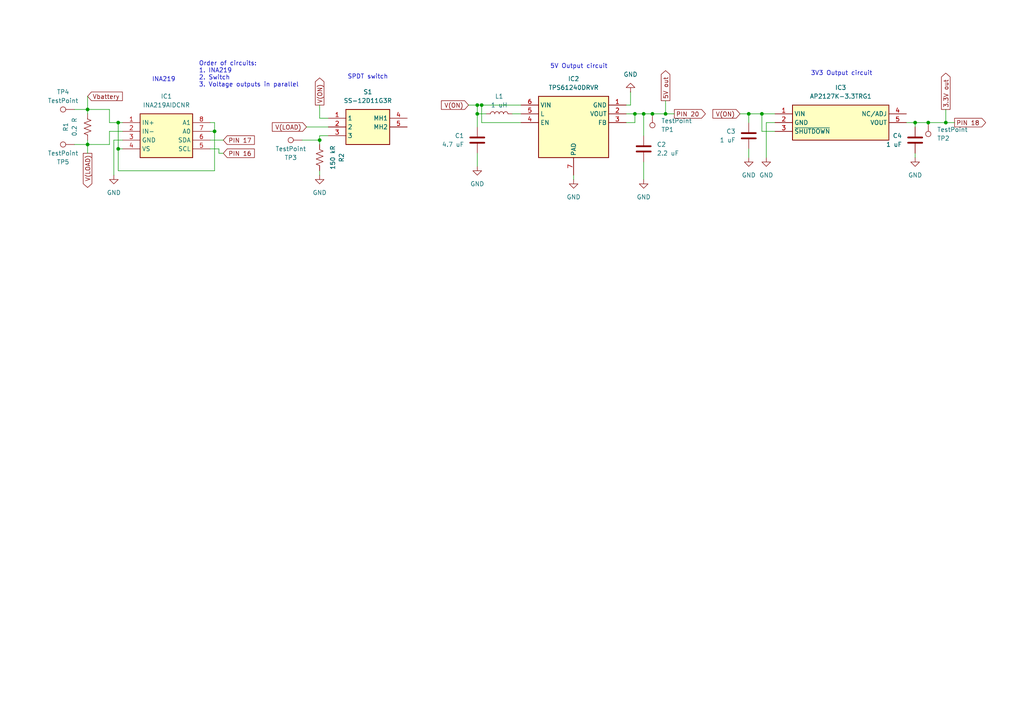
<source format=kicad_sch>
(kicad_sch (version 20250114) (generator "eeschema") (generator_version "9.0")
  (paper "A4")
  (lib_symbols
    (symbol "AP2127K-3_3TRG1_jlc:AP2127K-3.3TRG1"
      (property "Reference" "IC" (at 34.29 7.62 0))
      (property "Value" "AP2127K-3.3TRG1" (at 34.29 5.08 0))
      (symbol "AP2127K-3.3TRG1_1_1"
        (rectangle (start 5.08 2.54) (end 33.02 -7.62) (stroke (width 0.254)) (fill (type background)))
        (pin passive line (at 0 0 0) (length 5.08) (name "VIN") (number "1"))
        (pin passive line (at 0 -2.54 0) (length 5.08) (name "GND") (number "2"))
        (pin passive line (at 0 -5.08 0) (length 5.08) (name "~{SHUTDOWN}") (number "3"))
        (pin passive line (at 38.1 0 180) (length 5.08) (name "NC/ADJ") (number "4"))
        (pin passive line (at 38.1 -2.54 180) (length 5.08) (name "VOUT") (number "5"))
      )
    )
    (symbol "Connector:TestPoint" (pin_numbers (hide yes)) (pin_names (offset 0.762) (hide yes))
      (property "Reference" "TP" (at 0 6.858 0))
      (property "Value" "TestPoint" (at 0 5.08 0))
      (symbol "TestPoint_0_1"
        (circle (center 0 3.302) (radius 0.762))
      )
      (symbol "TestPoint_1_1"
        (pin passive line (at 0 0 90) (length 2.54) (name "1") (number "1"))
      )
    )
    (symbol "Device:C" (pin_numbers (hide yes)) (pin_names (offset 0.254))
      (property "Reference" "C" (at 0.635 2.54 0))
      (property "Value" "C" (at 0.635 -2.54 0))
      (symbol "C_0_1"
        (polyline (pts (xy -2.032 0.762) (xy 2.032 0.762)) (stroke (width 0.508)))
        (polyline (pts (xy -2.032 -0.762) (xy 2.032 -0.762)) (stroke (width 0.508)))
      )
      (symbol "C_1_1"
        (pin passive line (at 0 3.81 270) (length 2.794) (name "~") (number "1"))
        (pin passive line (at 0 -3.81 90) (length 2.794) (name "~") (number "2"))
      )
    )
    (symbol "Device:L" (pin_numbers (hide yes)) (pin_names (offset 1.016) (hide yes))
      (property "Reference" "L" (at -1.27 0 90))
      (property "Value" "L" (at 1.905 0 90))
      (symbol "L_0_1"
        (arc (start 0 2.54) (mid 0.6323 1.905) (end 0 1.27))
        (arc (start 0 1.27) (mid 0.6323 0.635) (end 0 0))
        (arc (start 0 0) (mid 0.6323 -0.635) (end 0 -1.27))
        (arc (start 0 -1.27) (mid 0.6323 -1.905) (end 0 -2.54))
      )
      (symbol "L_1_1"
        (pin passive line (at 0 3.81 270) (length 1.27) (name "1") (number "1"))
        (pin passive line (at 0 -3.81 90) (length 1.27) (name "2") (number "2"))
      )
    )
    (symbol "Device:R_US" (pin_numbers (hide yes)) (pin_names (offset 0))
      (property "Reference" "R" (at 2.54 0 90))
      (property "Value" "R_US" (at -2.54 0 90))
      (symbol "R_US_0_1"
        (polyline (pts (xy 0 2.286) (xy 0 2.54)))
        (polyline (pts (xy 0 2.286) (xy 1.016 1.905) (xy 0 1.524) (xy -1.016 1.143) (xy 0 0.762)))
        (polyline (pts (xy 0 0.762) (xy 1.016 0.381) (xy 0 0) (xy -1.016 -0.381) (xy 0 -0.762)))
        (polyline (pts (xy 0 -0.762) (xy 1.016 -1.143) (xy 0 -1.524) (xy -1.016 -1.905) (xy 0 -2.286)))
        (polyline (pts (xy 0 -2.286) (xy 0 -2.54)))
      )
      (symbol "R_US_1_1"
        (pin passive line (at 0 3.81 270) (length 1.27) (name "~") (number "1"))
        (pin passive line (at 0 -3.81 90) (length 1.27) (name "~") (number "2"))
      )
    )
    (symbol "INA219AIDCNR_jlc:INA219AIDCNR"
      (property "Reference" "IC" (at 21.59 7.62 0))
      (property "Value" "INA219AIDCNR" (at 21.59 5.08 0))
      (symbol "INA219AIDCNR_1_1"
        (rectangle (start 5.08 2.54) (end 20.32 -10.16) (stroke (width 0.254)) (fill (type background)))
        (pin passive line (at 0 0 0) (length 5.08) (name "IN+") (number "1"))
        (pin passive line (at 0 -2.54 0) (length 5.08) (name "IN-") (number "2"))
        (pin passive line (at 0 -5.08 0) (length 5.08) (name "GND") (number "3"))
        (pin passive line (at 0 -7.62 0) (length 5.08) (name "VS") (number "4"))
        (pin passive line (at 25.4 0 180) (length 5.08) (name "A1") (number "8"))
        (pin passive line (at 25.4 -2.54 180) (length 5.08) (name "A0") (number "7"))
        (pin passive line (at 25.4 -5.08 180) (length 5.08) (name "SDA") (number "6"))
        (pin passive line (at 25.4 -7.62 180) (length 5.08) (name "SCL") (number "5"))
      )
    )
    (symbol "SS-12D11G3R_jlc:SS-12D11G3R"
      (property "Reference" "S" (at 19.05 7.62 0))
      (property "Value" "SS-12D11G3R" (at 19.05 5.08 0))
      (symbol "SS-12D11G3R_1_1"
        (rectangle (start 5.08 2.54) (end 17.78 -7.62) (stroke (width 0.254)) (fill (type background)))
        (pin passive line (at 0 0 0) (length 5.08) (name "1") (number "1"))
        (pin passive line (at 0 -2.54 0) (length 5.08) (name "2") (number "2"))
        (pin passive line (at 0 -5.08 0) (length 5.08) (name "3") (number "3"))
        (pin passive line (at 22.86 0 180) (length 5.08) (name "MH1") (number "4"))
        (pin passive line (at 22.86 -2.54 180) (length 5.08) (name "MH2") (number "5"))
      )
    )
    (symbol "TPS61240DRVR_jlc:TPS61240DRVR"
      (property "Reference" "IC" (at 26.67 7.62 0))
      (property "Value" "TPS61240DRVR" (at 26.67 5.08 0))
      (symbol "TPS61240DRVR_1_1"
        (rectangle (start 5.08 2.54) (end 25.4 -15.24) (stroke (width 0.254)) (fill (type background)))
        (pin power_in line (at 0 0 0) (length 5.08) (name "GND") (number "1"))
        (pin output line (at 0 -2.54 0) (length 5.08) (name "VOUT") (number "2"))
        (pin input line (at 0 -5.08 0) (length 5.08) (name "FB") (number "3"))
        (pin power_in line (at 15.24 -20.32 90) (length 5.08) (name "PAD") (number "7"))
        (pin power_in line (at 30.48 0 180) (length 5.08) (name "VIN") (number "6"))
        (pin input line (at 30.48 -2.54 180) (length 5.08) (name "L") (number "5"))
        (pin input line (at 30.48 -5.08 180) (length 5.08) (name "EN") (number "4"))
      )
    )
    (symbol "power:GND" (power) (pin_numbers (hide yes)) (pin_names (offset 0) (hide yes))
      (property "Value" "GND" (at 0 -3.81 0))
      (symbol "GND_0_1"
        (polyline (pts (xy 0 0) (xy 0 -1.27) (xy 1.27 -1.27) (xy 0 -2.54) (xy -1.27 -1.27) (xy 0 -1.27)))
      )
      (symbol "GND_1_1"
        (pin power_in line (at 0 0 270) (length 0) (name "~") (number "1"))
      )
    )
  )
  (text "5V Output circuit" (at 167.894 19.304 0) (effects (font (size 1.27 1.27))))
  (text "INA219" (at 47.498 23.114 0) (effects (font (size 1.27 1.27))))
  (text "SPDT switch" (at 106.68 22.352 0) (effects (font (size 1.27 1.27))))
  (text "Order of circuits:\n1. INA219\n2. Switch\n3. Voltage outputs in parallel" (at 57.658 21.59 0) (effects (font (size 1.27 1.27)) (justify left)))
  (text "3V3 Output circuit" (at 244.094 21.336 0) (effects (font (size 1.27 1.27))))
  (junction (at 92.71 40.64))
  (junction (at 25.4 41.91))
  (junction (at 189.23 33.02))
  (junction (at 193.04 33.02))
  (junction (at 62.23 38.1))
  (junction (at 184.15 33.02))
  (junction (at 265.43 35.56))
  (junction (at 138.43 33.02))
  (junction (at 274.32 35.56))
  (junction (at 25.4 31.75))
  (junction (at 138.43 30.48))
  (junction (at 217.17 33.02))
  (junction (at 269.24 35.56))
  (junction (at 34.29 35.56))
  (junction (at 220.98 33.02))
  (junction (at 34.29 43.18))
  (junction (at 186.69 33.02))
  (junction (at 139.7 30.48))
  (wire (pts (xy 265.43 35.56) (xy 265.43 36.83)))
  (wire (pts (xy 31.75 31.75) (xy 31.75 35.56)))
  (wire (pts (xy 265.43 44.45) (xy 265.43 45.72)))
  (wire (pts (xy 60.96 35.56) (xy 62.23 35.56)))
  (wire (pts (xy 60.96 40.64) (xy 64.77 40.64)))
  (wire (pts (xy 92.71 40.64) (xy 92.71 41.91)))
  (wire (pts (xy 138.43 44.45) (xy 138.43 48.26)))
  (wire (pts (xy 224.79 35.56) (xy 222.25 35.56)))
  (wire (pts (xy 62.23 49.53) (xy 34.29 49.53)))
  (wire (pts (xy 34.29 35.56) (xy 35.56 35.56)))
  (wire (pts (xy 33.02 40.64) (xy 33.02 50.8)))
  (wire (pts (xy 25.4 40.64) (xy 25.4 41.91)))
  (wire (pts (xy 25.4 41.91) (xy 25.4 44.45)))
  (wire (pts (xy 186.69 46.99) (xy 186.69 52.07)))
  (wire (pts (xy 186.69 33.02) (xy 186.69 39.37)))
  (wire (pts (xy 138.43 30.48) (xy 139.7 30.48)))
  (wire (pts (xy 35.56 40.64) (xy 33.02 40.64)))
  (wire (pts (xy 138.43 33.02) (xy 140.97 33.02)))
  (wire (pts (xy 88.9 36.83) (xy 95.25 36.83)))
  (wire (pts (xy 274.32 35.56) (xy 276.86 35.56)))
  (wire (pts (xy 220.98 38.1) (xy 220.98 33.02)))
  (wire (pts (xy 182.88 26.67) (xy 182.88 30.48)))
  (wire (pts (xy 217.17 33.02) (xy 217.17 35.56)))
  (wire (pts (xy 138.43 33.02) (xy 138.43 36.83)))
  (wire (pts (xy 139.7 30.48) (xy 151.13 30.48)))
  (wire (pts (xy 139.7 35.56) (xy 151.13 35.56)))
  (wire (pts (xy 224.79 38.1) (xy 220.98 38.1)))
  (wire (pts (xy 269.24 35.56) (xy 274.32 35.56)))
  (wire (pts (xy 21.59 31.75) (xy 25.4 31.75)))
  (wire (pts (xy 138.43 33.02) (xy 138.43 30.48)))
  (wire (pts (xy 92.71 39.37) (xy 92.71 40.64)))
  (wire (pts (xy 21.59 41.91) (xy 25.4 41.91)))
  (wire (pts (xy 220.98 33.02) (xy 224.79 33.02)))
  (wire (pts (xy 63.5 43.18) (xy 63.5 44.45)))
  (wire (pts (xy 31.75 41.91) (xy 31.75 38.1)))
  (wire (pts (xy 25.4 41.91) (xy 31.75 41.91)))
  (wire (pts (xy 186.69 33.02) (xy 184.15 33.02)))
  (wire (pts (xy 274.32 31.75) (xy 274.32 35.56)))
  (wire (pts (xy 92.71 39.37) (xy 95.25 39.37)))
  (wire (pts (xy 262.89 35.56) (xy 265.43 35.56)))
  (wire (pts (xy 25.4 27.94) (xy 25.4 31.75)))
  (wire (pts (xy 34.29 43.18) (xy 34.29 49.53)))
  (wire (pts (xy 182.88 30.48) (xy 181.61 30.48)))
  (wire (pts (xy 92.71 34.29) (xy 95.25 34.29)))
  (wire (pts (xy 193.04 33.02) (xy 195.58 33.02)))
  (wire (pts (xy 135.89 30.48) (xy 138.43 30.48)))
  (wire (pts (xy 92.71 49.53) (xy 92.71 50.8)))
  (wire (pts (xy 60.96 38.1) (xy 62.23 38.1)))
  (wire (pts (xy 63.5 44.45) (xy 64.77 44.45)))
  (wire (pts (xy 184.15 33.02) (xy 184.15 35.56)))
  (wire (pts (xy 31.75 35.56) (xy 34.29 35.56)))
  (wire (pts (xy 214.63 33.02) (xy 217.17 33.02)))
  (wire (pts (xy 34.29 35.56) (xy 34.29 43.18)))
  (wire (pts (xy 25.4 31.75) (xy 25.4 33.02)))
  (wire (pts (xy 62.23 38.1) (xy 62.23 49.53)))
  (wire (pts (xy 189.23 33.02) (xy 193.04 33.02)))
  (wire (pts (xy 31.75 38.1) (xy 35.56 38.1)))
  (wire (pts (xy 34.29 43.18) (xy 35.56 43.18)))
  (wire (pts (xy 60.96 43.18) (xy 63.5 43.18)))
  (wire (pts (xy 217.17 43.18) (xy 217.17 45.72)))
  (wire (pts (xy 265.43 35.56) (xy 269.24 35.56)))
  (wire (pts (xy 222.25 35.56) (xy 222.25 45.72)))
  (wire (pts (xy 92.71 34.29) (xy 92.71 30.48)))
  (wire (pts (xy 87.63 40.64) (xy 92.71 40.64)))
  (wire (pts (xy 186.69 33.02) (xy 189.23 33.02)))
  (wire (pts (xy 193.04 29.21) (xy 193.04 33.02)))
  (wire (pts (xy 62.23 35.56) (xy 62.23 38.1)))
  (wire (pts (xy 25.4 31.75) (xy 31.75 31.75)))
  (wire (pts (xy 166.37 50.8) (xy 166.37 52.07)))
  (wire (pts (xy 139.7 30.48) (xy 139.7 35.56)))
  (wire (pts (xy 151.13 33.02) (xy 148.59 33.02)))
  (wire (pts (xy 184.15 33.02) (xy 181.61 33.02)))
  (wire (pts (xy 217.17 33.02) (xy 220.98 33.02)))
  (wire (pts (xy 184.15 35.56) (xy 181.61 35.56)))
  (global_label "PIN 20" (shape output) (at 195.58 33.02 0) (property "Intersheetrefs" "${INTERSHEET_REFS}" (effects (hide yes))))
  (global_label "3.3V out" (shape output) (at 274.32 31.75 90) (property "Intersheetrefs" "${INTERSHEET_REFS}" (effects (hide yes))))
  (global_label "PIN 17" (shape input) (at 64.77 40.64 0) (property "Intersheetrefs" "${INTERSHEET_REFS}" (effects (hide yes))))
  (global_label "Vbattery" (shape input) (at 25.4 27.94 0) (property "Intersheetrefs" "${INTERSHEET_REFS}" (effects (hide yes))))
  (global_label "V(LOAD)" (shape output) (at 25.4 44.45 270) (property "Intersheetrefs" "${INTERSHEET_REFS}" (effects (hide yes))))
  (global_label "V(ON)" (shape input) (at 135.89 30.48 180) (property "Intersheetrefs" "${INTERSHEET_REFS}" (effects (hide yes))))
  (global_label "V(ON)" (shape input) (at 214.63 33.02 180) (property "Intersheetrefs" "${INTERSHEET_REFS}" (effects (hide yes))))
  (global_label "V(ON)" (shape output) (at 92.71 30.48 90) (property "Intersheetrefs" "${INTERSHEET_REFS}" (effects (hide yes))))
  (global_label "PIN 16" (shape input) (at 64.77 44.45 0) (property "Intersheetrefs" "${INTERSHEET_REFS}" (effects (hide yes))))
  (global_label "V(LOAD)" (shape input) (at 88.9 36.83 180) (property "Intersheetrefs" "${INTERSHEET_REFS}" (effects (hide yes))))
  (global_label "5V out" (shape output) (at 193.04 29.21 90) (property "Intersheetrefs" "${INTERSHEET_REFS}" (effects (hide yes))))
  (global_label "PIN 18" (shape output) (at 276.86 35.56 0) (property "Intersheetrefs" "${INTERSHEET_REFS}" (effects (hide yes))))
  (symbol (lib_id "Connector:TestPoint") (at 21.59 31.75 90) (unit 1)
    (property "Reference" "TP4" (at 18.288 26.67 90))
    (property "Value" "TestPoint" (at 18.288 29.21 90))
    (property "Footprint" "TestPoint:TestPoint_Bridge_Pitch2.0mm_Drill0.7mm" (effects (hide yes)))
    (property "Description" "test point" (effects (hide yes)))
  )
  (symbol (lib_id "TPS61240DRVR_jlc:TPS61240DRVR") (at 181.61 30.48 0) (mirror y) (unit 1)
    (property "Reference" "IC2" (at 166.37 22.86 0))
    (property "Value" "TPS61240DRVR" (at 166.37 25.4 0))
    (property "Footprint" "TPS61240DRVR_jlc:SON65P200X200X80-7N" (effects (hide yes)))
    (property "Datasheet" "http://www.ti.com/lit/ds/symlink/tps61240.pdf" (effects (hide yes)))
    (property "Description" "Conv DC-DC 2.3V to 5.5V Step Up Single-Out 5V 0.45A 6-Pin WSON EP T/R" (effects (hide yes)))
    (property "Height" "0.8" (effects (hide yes)))
    (property "Manufacturer_Name" "Texas Instruments" (effects (hide yes)))
    (property "Manufacturer_Part_Number" "TPS61240DRVR" (effects (hide yes)))
    (property "Mouser Part Number" "595-TPS61240DRVR" (effects (hide yes)))
    (property "Mouser Price/Stock" "https://www.mouser.co.uk/ProductDetail/Texas-Instruments/TPS61240DRVR?qs=AFkNxQkJKAL5qlClR9nbgA%3D%3D" (effects (hide yes)))
    (property "Arrow Part Number" "TPS61240DRVR" (effects (hide yes)))
    (property "Arrow Price/Stock" "https://www.arrow.com/en/products/tps61240drvr/texas-instruments?region=nac" (effects (hide yes)))
  )
  (symbol (lib_id "Device:R_US") (at 92.71 45.72 0) (unit 1)
    (property "Reference" "R2" (at 99.06 45.72 90))
    (property "Value" "150 kR" (at 96.52 45.72 90))
    (property "Footprint" "Resistor_SMD:R_0603_1608Metric_Pad0.98x0.95mm_HandSolder" (effects (hide yes)))
    (property "Description" "Resistor, US symbol" (effects (hide yes)))
  )
  (symbol (lib_id "power:GND") (at 265.43 45.72 0) (unit 1)
    (property "Reference" "#PWR09" (effects (hide yes)))
    (property "Value" "GND" (at 265.43 50.8 0))
    (property "Description" "Power symbol creates a global label with name \"GND\" , ground" (effects (hide yes)))
  )
  (symbol (lib_id "power:GND") (at 138.43 48.26 0) (unit 1)
    (property "Reference" "#PWR03" (effects (hide yes)))
    (property "Value" "GND" (at 138.43 53.34 0))
    (property "Description" "Power symbol creates a global label with name \"GND\" , ground" (effects (hide yes)))
  )
  (symbol (lib_id "SS-12D11G3R_jlc:SS-12D11G3R") (at 95.25 34.29 0) (unit 1)
    (property "Reference" "S1" (at 106.68 26.67 0))
    (property "Value" "SS-12D11G3R" (at 106.68 29.21 0))
    (property "Footprint" "SS-12D11G3R_jlc:SS12D11G3R" (effects (hide yes)))
    (property "Datasheet" "http://www.helloxkb.com/public/images/pdf/SS-12D11XXX.pdf" (effects (hide yes)))
    (property "Description" "Bend-in 3A Single Pole Double Throw (SPDT) 125V Black 10,000 times Plugin Slide Switches ROHS , -40~+85" (effects (hide yes)))
    (property "Height" "6.9" (effects (hide yes)))
    (property "Manufacturer_Name" "XKB Connectivity" (effects (hide yes)))
    (property "Manufacturer_Part_Number" "SS-12D11G3R" (effects (hide yes)))
  )
  (symbol (lib_id "Connector:TestPoint") (at 269.24 35.56 0) (mirror x) (unit 1)
    (property "Reference" "TP2" (at 271.78 40.1321 0) (effects (justify left)))
    (property "Value" "TestPoint" (at 271.78 37.5921 0) (effects (justify left)))
    (property "Footprint" "TestPoint:TestPoint_Bridge_Pitch2.0mm_Drill0.7mm" (effects (hide yes)))
    (property "Description" "test point" (effects (hide yes)))
  )
  (symbol (lib_id "power:GND") (at 182.88 26.67 0) (mirror x) (unit 1)
    (property "Reference" "#PWR05" (effects (hide yes)))
    (property "Value" "GND" (at 182.88 21.59 0))
    (property "Description" "Power symbol creates a global label with name \"GND\" , ground" (effects (hide yes)))
  )
  (symbol (lib_id "Connector:TestPoint") (at 21.59 41.91 90) (mirror x) (unit 1)
    (property "Reference" "TP5" (at 18.288 46.99 90))
    (property "Value" "TestPoint" (at 18.288 44.45 90))
    (property "Footprint" "TestPoint:TestPoint_Bridge_Pitch2.0mm_Drill0.7mm" (effects (hide yes)))
    (property "Description" "test point" (effects (hide yes)))
  )
  (symbol (lib_id "power:GND") (at 217.17 45.72 0) (unit 1)
    (property "Reference" "#PWR07" (effects (hide yes)))
    (property "Value" "GND" (at 217.17 50.8 0))
    (property "Description" "Power symbol creates a global label with name \"GND\" , ground" (effects (hide yes)))
  )
  (symbol (lib_id "INA219AIDCNR_jlc:INA219AIDCNR") (at 35.56 35.56 0) (unit 1)
    (property "Reference" "IC1" (at 48.26 27.94 0))
    (property "Value" "INA219AIDCNR" (at 48.26 30.48 0))
    (property "Footprint" "INA219AIDCNR_jlc:SOP65P280X145-8N" (effects (hide yes)))
    (property "Datasheet" "https://componentsearchengine.com/Datasheets/2/INA219AIDCNR.pdf" (effects (hide yes)))
    (property "Description" "TEXAS INSTRUMENTS - INA219AIDCNR - CURRENT/POWER MONITOR, SOT-23-8, FULL REEL" (effects (hide yes)))
    (property "Height" "1.45" (effects (hide yes)))
    (property "Manufacturer_Name" "Texas Instruments" (effects (hide yes)))
    (property "Manufacturer_Part_Number" "INA219AIDCNR" (effects (hide yes)))
    (property "Mouser Part Number" "595-INA219AIDCNR" (effects (hide yes)))
    (property "Mouser Price/Stock" "https://www.mouser.co.uk/ProductDetail/Texas-Instruments/INA219AIDCNR?qs=NNt36bEIu0tiHc879dL2eg%3D%3D" (effects (hide yes)))
    (property "Arrow Part Number" "INA219AIDCNR" (effects (hide yes)))
    (property "Arrow Price/Stock" "https://www.arrow.com/en/products/ina219aidcnr/texas-instruments?utm_currency=USD&region=nac" (effects (hide yes)))
  )
  (symbol (lib_id "power:GND") (at 222.25 45.72 0) (unit 1)
    (property "Reference" "#PWR08" (effects (hide yes)))
    (property "Value" "GND" (at 222.25 50.8 0))
    (property "Description" "Power symbol creates a global label with name \"GND\" , ground" (effects (hide yes)))
  )
  (symbol (lib_id "Device:R_US") (at 25.4 36.83 180) (unit 1)
    (property "Reference" "R1" (at 19.05 36.83 90))
    (property "Value" "0.2 R" (at 21.59 36.83 90))
    (property "Footprint" "Resistor_SMD:R_2512_6332Metric_Pad1.40x3.35mm_HandSolder" (effects (hide yes)))
    (property "Description" "Resistor, US symbol" (effects (hide yes)))
  )
  (symbol (lib_id "Connector:TestPoint") (at 87.63 40.64 90) (mirror x) (unit 1)
    (property "Reference" "TP3" (at 84.328 45.72 90))
    (property "Value" "TestPoint" (at 84.328 43.18 90))
    (property "Footprint" "TestPoint:TestPoint_Bridge_Pitch2.0mm_Drill0.7mm" (effects (hide yes)))
    (property "Description" "test point" (effects (hide yes)))
  )
  (symbol (lib_id "Device:C") (at 138.43 40.64 0) (mirror y) (unit 1)
    (property "Reference" "C1" (at 134.62 39.3699 0) (effects (justify left)))
    (property "Value" "4.7 uF" (at 134.62 41.9099 0) (effects (justify left)))
    (property "Footprint" "Capacitor_SMD:C_0402_1005Metric_Pad0.74x0.62mm_HandSolder" (effects (hide yes)))
    (property "Description" "Unpolarized capacitor" (effects (hide yes)))
  )
  (symbol (lib_id "Device:C") (at 186.69 43.18 0) (unit 1)
    (property "Reference" "C2" (at 190.5 41.9099 0) (effects (justify left)))
    (property "Value" "2.2 uF" (at 190.5 44.4499 0) (effects (justify left)))
    (property "Footprint" "Capacitor_SMD:C_0402_1005Metric_Pad0.74x0.62mm_HandSolder" (effects (hide yes)))
    (property "Description" "Unpolarized capacitor" (effects (hide yes)))
  )
  (symbol (lib_id "AP2127K-3_3TRG1_jlc:AP2127K-3.3TRG1") (at 224.79 33.02 0) (unit 1)
    (property "Reference" "IC3" (at 243.84 25.4 0))
    (property "Value" "AP2127K-3.3TRG1" (at 243.84 27.94 0))
    (property "Footprint" "AP2127K-3.3TRG1-jlc:SOT95P282X145-5N" (effects (hide yes)))
    (property "Datasheet" "https://www.diodes.com//assets/Datasheets/AP2127.pdf" (effects (hide yes)))
    (property "Description" "DiodesZetex AP2127K-3.3TRG1, LDO Regulator, 3.3 V, +/-2% 5-Pin, SOT-23" (effects (hide yes)))
    (property "Height" "1.45" (effects (hide yes)))
    (property "Manufacturer_Name" "Diodes Incorporated" (effects (hide yes)))
    (property "Manufacturer_Part_Number" "AP2127K-3.3TRG1" (effects (hide yes)))
    (property "Mouser Part Number" "621-AP2127K-3.3TRG1" (effects (hide yes)))
    (property "Mouser Price/Stock" "https://www.mouser.co.uk/ProductDetail/Diodes-Incorporated/AP2127K-3.3TRG1?qs=x6A8l6qLYDCeAxisWuFs5g%3D%3D" (effects (hide yes)))
    (property "Arrow Part Number" "AP2127K-3.3TRG1" (effects (hide yes)))
    (property "Arrow Price/Stock" "https://www.arrow.com/en/products/ap2127k-3.3trg1/diodes-incorporated?region=europe" (effects (hide yes)))
  )
  (symbol (lib_id "Device:C") (at 217.17 39.37 0) (mirror y) (unit 1)
    (property "Reference" "C3" (at 213.36 38.0999 0) (effects (justify left)))
    (property "Value" "1 uF" (at 213.36 40.6399 0) (effects (justify left)))
    (property "Footprint" "Capacitor_SMD:C_1206_3216Metric_Pad1.33x1.80mm_HandSolder" (effects (hide yes)))
    (property "Description" "Unpolarized capacitor" (effects (hide yes)))
  )
  (symbol (lib_id "power:GND") (at 33.02 50.8 0) (unit 1)
    (property "Reference" "#PWR01" (effects (hide yes)))
    (property "Value" "GND" (at 33.02 55.88 0))
    (property "Description" "Power symbol creates a global label with name \"GND\" , ground" (effects (hide yes)))
  )
  (symbol (lib_id "power:GND") (at 92.71 50.8 0) (unit 1)
    (property "Reference" "#PWR02" (effects (hide yes)))
    (property "Value" "GND" (at 92.71 55.88 0))
    (property "Description" "Power symbol creates a global label with name \"GND\" , ground" (effects (hide yes)))
  )
  (symbol (lib_id "power:GND") (at 166.37 52.07 0) (mirror y) (unit 1)
    (property "Reference" "#PWR04" (effects (hide yes)))
    (property "Value" "GND" (at 166.37 57.15 0))
    (property "Description" "Power symbol creates a global label with name \"GND\" , ground" (effects (hide yes)))
  )
  (symbol (lib_id "Device:C") (at 265.43 40.64 0) (mirror y) (unit 1)
    (property "Reference" "C4" (at 261.62 39.3699 0) (effects (justify left)))
    (property "Value" "1 uF" (at 261.62 41.9099 0) (effects (justify left)))
    (property "Footprint" "Capacitor_SMD:C_1206_3216Metric_Pad1.33x1.80mm_HandSolder" (effects (hide yes)))
    (property "Description" "Unpolarized capacitor" (effects (hide yes)))
  )
  (symbol (lib_id "Device:L") (at 144.78 33.02 90) (unit 1)
    (property "Reference" "L1" (at 144.78 27.94 90))
    (property "Value" "1 uH" (at 144.78 30.48 90))
    (property "Footprint" "Inductor_SMD:L_0603_1608Metric" (effects (hide yes)))
    (property "Description" "Inductor" (effects (hide yes)))
  )
  (symbol (lib_id "power:GND") (at 186.69 52.07 0) (mirror y) (unit 1)
    (property "Reference" "#PWR06" (effects (hide yes)))
    (property "Value" "GND" (at 186.69 57.15 0))
    (property "Description" "Power symbol creates a global label with name \"GND\" , ground" (effects (hide yes)))
  )
  (symbol (lib_id "Connector:TestPoint") (at 189.23 33.02 0) (mirror x) (unit 1)
    (property "Reference" "TP1" (at 191.77 37.5921 0) (effects (justify left)))
    (property "Value" "TestPoint" (at 191.77 35.0521 0) (effects (justify left)))
    (property "Footprint" "TestPoint:TestPoint_Bridge_Pitch2.0mm_Drill0.7mm" (effects (hide yes)))
    (property "Description" "test point" (effects (hide yes)))
  )
)
</source>
